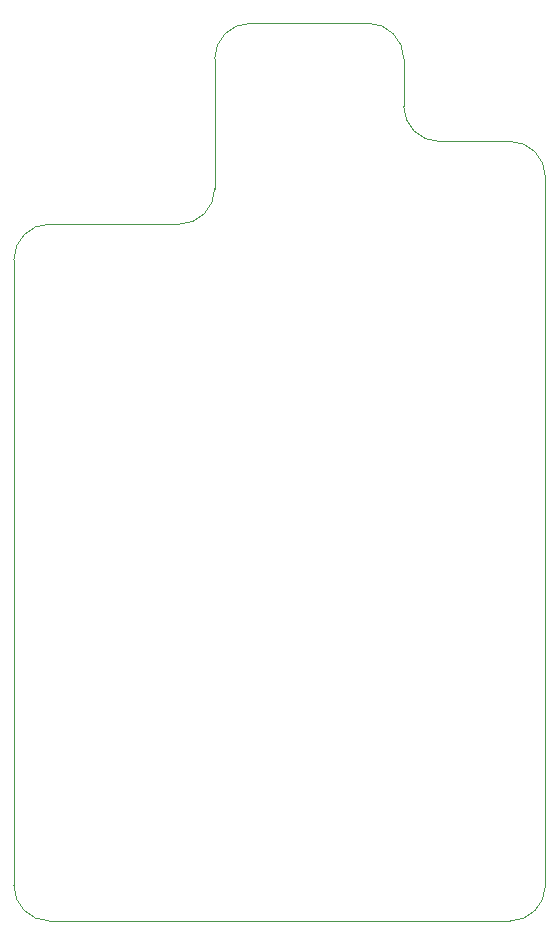
<source format=gm1>
G04 #@! TF.GenerationSoftware,KiCad,Pcbnew,(7.0.0-0)*
G04 #@! TF.CreationDate,2023-03-19T22:54:24+01:00*
G04 #@! TF.ProjectId,TinyLlama-Wavetable,54696e79-4c6c-4616-9d61-2d5761766574,rev?*
G04 #@! TF.SameCoordinates,Original*
G04 #@! TF.FileFunction,Profile,NP*
%FSLAX46Y46*%
G04 Gerber Fmt 4.6, Leading zero omitted, Abs format (unit mm)*
G04 Created by KiCad (PCBNEW (7.0.0-0)) date 2023-03-19 22:54:24*
%MOMM*%
%LPD*%
G01*
G04 APERTURE LIST*
G04 #@! TA.AperFunction,Profile*
%ADD10C,0.100000*%
G04 #@! TD*
G04 APERTURE END LIST*
D10*
X-37000000Y26000000D02*
G75*
G03*
X-40000000Y23000000I1J-3000001D01*
G01*
X-20000000Y43000000D02*
G75*
G03*
X-23000000Y40000000I1J-3000001D01*
G01*
X-10000000Y43000000D02*
X-20000000Y43000000D01*
X-26000000Y26000000D02*
G75*
G03*
X-23000000Y29000000I-1J3000001D01*
G01*
X-40000000Y23000000D02*
X-40000000Y-30000000D01*
X5000000Y-30000000D02*
X5000000Y30000000D01*
X-7000000Y40000000D02*
G75*
G03*
X-10000000Y43000000I-3000001J-1D01*
G01*
X2000000Y-33000000D02*
G75*
G03*
X5000000Y-30000000I0J3000000D01*
G01*
X-37000000Y-33000000D02*
X2000000Y-33000000D01*
X-7000000Y36000000D02*
G75*
G03*
X-4000000Y33000000I3000001J1D01*
G01*
X-23000000Y40000000D02*
X-23000000Y29000000D01*
X-40000000Y-30000000D02*
G75*
G03*
X-37000000Y-33000000I3000001J1D01*
G01*
X2000000Y33000000D02*
X-4000000Y33000000D01*
X-7000000Y36000000D02*
X-7000000Y40000000D01*
X-26000000Y26000000D02*
X-37000000Y26000000D01*
X5000000Y30000000D02*
G75*
G03*
X2000000Y33000000I-3000000J0D01*
G01*
M02*

</source>
